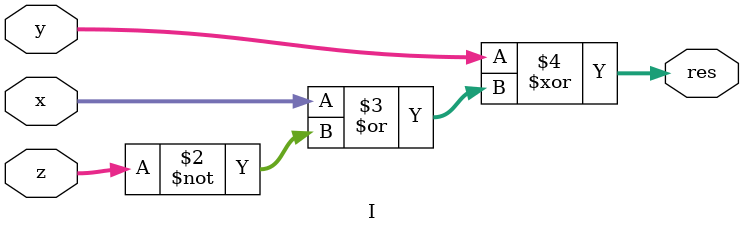
<source format=v>
module I (
    input [31:0]x,
    input [31:0]y,
    input [31:0]z,
    output reg [31:0]res
);
always@(*) 
    begin
        res = y ^ (x | (~z));
    end
endmodule
</source>
